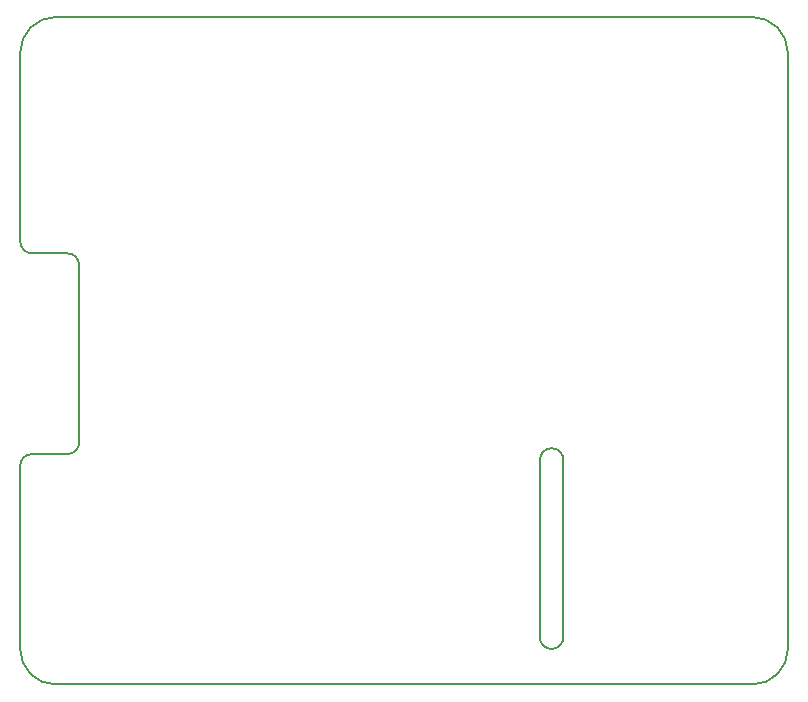
<source format=gko>
G04 #@! TF.GenerationSoftware,KiCad,Pcbnew,(5.0.0)*
G04 #@! TF.CreationDate,2019-03-22T21:44:55+01:00*
G04 #@! TF.ProjectId,rpismdoven,727069736D646F76656E2E6B69636164,rev?*
G04 #@! TF.SameCoordinates,Original*
G04 #@! TF.FileFunction,Profile,NP*
%FSLAX46Y46*%
G04 Gerber Fmt 4.6, Leading zero omitted, Abs format (unit mm)*
G04 Created by KiCad (PCBNEW (5.0.0)) date 03/22/19 21:44:55*
%MOMM*%
%LPD*%
G01*
G04 APERTURE LIST*
%ADD10C,0.150000*%
G04 APERTURE END LIST*
D10*
X142700000Y-92450000D02*
X142700000Y-107450000D01*
X143700000Y-91450000D02*
G75*
G02X144700000Y-92450000I0J-1000000D01*
G01*
X142700000Y-92450000D02*
G75*
G02X143700000Y-91450000I1000000J0D01*
G01*
X143700000Y-108450000D02*
G75*
G02X142700000Y-107450000I0J1000000D01*
G01*
X144700000Y-107450000D02*
G75*
G02X143700000Y-108450000I-1000000J0D01*
G01*
X144700000Y-92450000D02*
X144700000Y-107450000D01*
X102700000Y-91950000D02*
X99700000Y-91950000D01*
X99700000Y-74950000D02*
X102700000Y-74950000D01*
X98700000Y-73950000D02*
X98700000Y-57950000D01*
X99700000Y-74950000D02*
G75*
G02X98700000Y-73950000I0J1000000D01*
G01*
X102700000Y-74950000D02*
G75*
G02X103700000Y-75950000I0J-1000000D01*
G01*
X103700000Y-90950000D02*
G75*
G02X102700000Y-91950000I-1000000J0D01*
G01*
X98700000Y-92950000D02*
G75*
G02X99700000Y-91950000I1000000J0D01*
G01*
X103700000Y-75950000D02*
X103700000Y-90950000D01*
X98700000Y-108450000D02*
X98700000Y-92950000D01*
X160700000Y-111450000D02*
X101700000Y-111450000D01*
X98700000Y-57950000D02*
G75*
G02X101700000Y-54950000I3000000J0D01*
G01*
X101700000Y-111450000D02*
G75*
G02X98700000Y-108450000I0J3000000D01*
G01*
X163700000Y-108450000D02*
G75*
G02X160700000Y-111450000I-3000000J0D01*
G01*
X160700000Y-54950000D02*
G75*
G02X163700000Y-57950000I0J-3000000D01*
G01*
X163700000Y-108450000D02*
X163700000Y-57950000D01*
X160700000Y-54950000D02*
X101690000Y-54950000D01*
M02*

</source>
